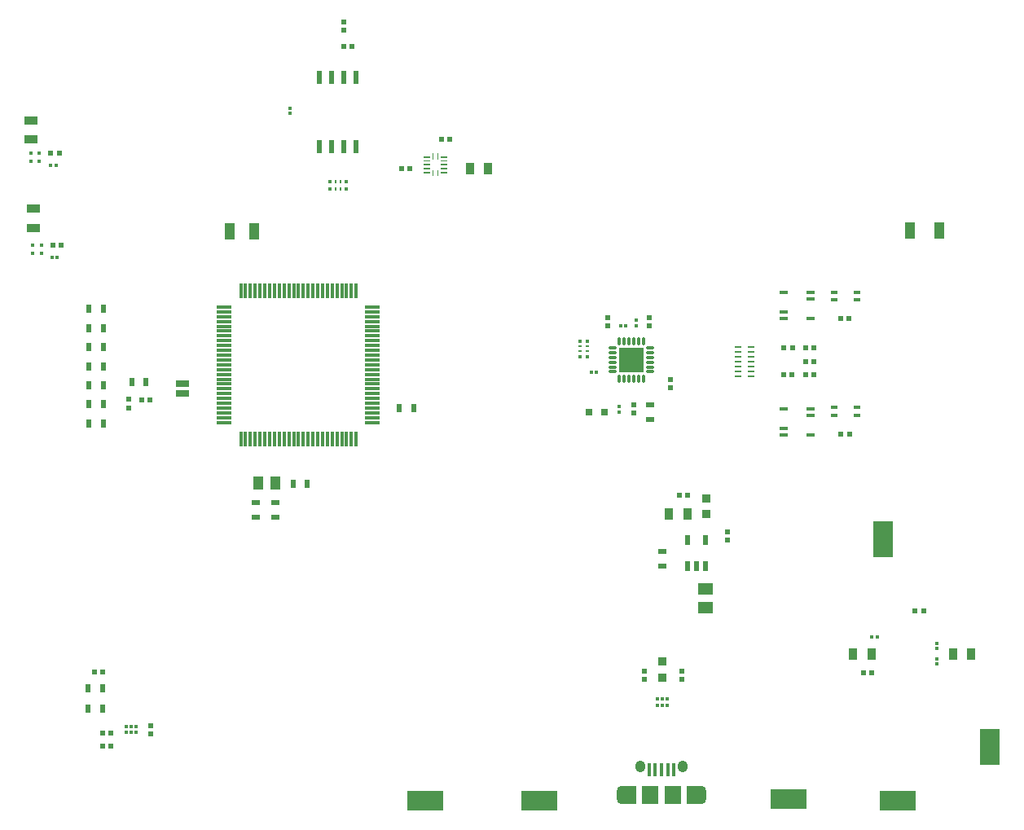
<source format=gtp>
G04*
G04 #@! TF.GenerationSoftware,Altium Limited,Altium Designer,20.1.14 (287)*
G04*
G04 Layer_Color=8421504*
%FSLAX25Y25*%
%MOIN*%
G70*
G04*
G04 #@! TF.SameCoordinates,337FD55F-C749-4CE5-A7C0-25B7CD9D1A6A*
G04*
G04*
G04 #@! TF.FilePolarity,Positive*
G04*
G01*
G75*
G04:AMPARAMS|DCode=17|XSize=29.13mil|YSize=8.66mil|CornerRadius=0.26mil|HoleSize=0mil|Usage=FLASHONLY|Rotation=0.000|XOffset=0mil|YOffset=0mil|HoleType=Round|Shape=RoundedRectangle|*
%AMROUNDEDRECTD17*
21,1,0.02913,0.00814,0,0,0.0*
21,1,0.02861,0.00866,0,0,0.0*
1,1,0.00052,0.01431,-0.00407*
1,1,0.00052,-0.01431,-0.00407*
1,1,0.00052,-0.01431,0.00407*
1,1,0.00052,0.01431,0.00407*
%
%ADD17ROUNDEDRECTD17*%
%ADD18R,0.01713X0.01024*%
%ADD19R,0.01713X0.01614*%
%ADD20R,0.01614X0.01713*%
%ADD21R,0.01024X0.01713*%
G04:AMPARAMS|DCode=22|XSize=31.89mil|YSize=10.24mil|CornerRadius=1.28mil|HoleSize=0mil|Usage=FLASHONLY|Rotation=180.000|XOffset=0mil|YOffset=0mil|HoleType=Round|Shape=RoundedRectangle|*
%AMROUNDEDRECTD22*
21,1,0.03189,0.00768,0,0,180.0*
21,1,0.02933,0.01024,0,0,180.0*
1,1,0.00256,-0.01467,0.00384*
1,1,0.00256,0.01467,0.00384*
1,1,0.00256,0.01467,-0.00384*
1,1,0.00256,-0.01467,-0.00384*
%
%ADD22ROUNDEDRECTD22*%
G04:AMPARAMS|DCode=23|XSize=31.89mil|YSize=10.24mil|CornerRadius=1.28mil|HoleSize=0mil|Usage=FLASHONLY|Rotation=270.000|XOffset=0mil|YOffset=0mil|HoleType=Round|Shape=RoundedRectangle|*
%AMROUNDEDRECTD23*
21,1,0.03189,0.00768,0,0,270.0*
21,1,0.02933,0.01024,0,0,270.0*
1,1,0.00256,-0.00384,-0.01467*
1,1,0.00256,-0.00384,0.01467*
1,1,0.00256,0.00384,0.01467*
1,1,0.00256,0.00384,-0.01467*
%
%ADD23ROUNDEDRECTD23*%
%ADD24R,0.10236X0.10236*%
%ADD25R,0.02362X0.02205*%
%ADD26R,0.02205X0.02362*%
%ADD27R,0.02362X0.02126*%
%ADD28R,0.02126X0.02362*%
%ADD29R,0.01968X0.03959*%
%ADD30R,0.01200X0.01800*%
%ADD31R,0.03700X0.01600*%
%ADD32R,0.03543X0.05118*%
%ADD33R,0.02362X0.03543*%
%ADD34R,0.02200X0.05800*%
%ADD35R,0.01575X0.01496*%
%ADD36R,0.07100X0.07500*%
%ADD37O,0.03900X0.07500*%
%ADD38O,0.04100X0.04900*%
%ADD39R,0.01600X0.05300*%
%ADD40R,0.14961X0.07992*%
%ADD41R,0.03661X0.03504*%
%ADD42R,0.05906X0.05118*%
%ADD43R,0.01496X0.01575*%
%ADD44R,0.01772X0.01772*%
%ADD45R,0.05591X0.03622*%
%ADD46R,0.02559X0.02953*%
%ADD47R,0.04331X0.05591*%
%ADD48R,0.03543X0.02362*%
%ADD49R,0.05906X0.01181*%
%ADD50R,0.01181X0.05906*%
%ADD51R,0.03937X0.07087*%
%ADD52R,0.03000X0.01600*%
G04:AMPARAMS|DCode=53|XSize=16.54mil|YSize=12.21mil|CornerRadius=3.05mil|HoleSize=0mil|Usage=FLASHONLY|Rotation=90.000|XOffset=0mil|YOffset=0mil|HoleType=Round|Shape=RoundedRectangle|*
%AMROUNDEDRECTD53*
21,1,0.01654,0.00610,0,0,90.0*
21,1,0.01043,0.01221,0,0,90.0*
1,1,0.00610,0.00305,0.00522*
1,1,0.00610,0.00305,-0.00522*
1,1,0.00610,-0.00305,-0.00522*
1,1,0.00610,-0.00305,0.00522*
%
%ADD53ROUNDEDRECTD53*%
%ADD54R,0.04173X0.07165*%
%ADD55R,0.07992X0.14961*%
%ADD56R,0.03150X0.03150*%
G36*
X191140Y273005D02*
X188660D01*
Y273595D01*
X191140D01*
Y273005D01*
D02*
G37*
G36*
X184172D02*
X181691D01*
Y273595D01*
X184172D01*
Y273005D01*
D02*
G37*
G36*
X187696Y272394D02*
X187105D01*
Y274875D01*
X187696D01*
Y272394D01*
D02*
G37*
G36*
X185726D02*
X185136D01*
Y274875D01*
X185726D01*
Y272394D01*
D02*
G37*
G36*
X191140Y271430D02*
X188660D01*
Y272021D01*
X191140D01*
Y271430D01*
D02*
G37*
G36*
X184172D02*
X181691D01*
Y272021D01*
X184172D01*
Y271430D01*
D02*
G37*
G36*
X191140Y269855D02*
X188660D01*
Y270446D01*
X191140D01*
Y269855D01*
D02*
G37*
G36*
X184172D02*
X181691D01*
Y270446D01*
X184172D01*
Y269855D01*
D02*
G37*
G36*
X191140Y268280D02*
X188660D01*
Y268871D01*
X191140D01*
Y268280D01*
D02*
G37*
G36*
X184172D02*
X181691D01*
Y268871D01*
X184172D01*
Y268280D01*
D02*
G37*
G36*
X191140Y266705D02*
X188660D01*
Y267296D01*
X191140D01*
Y266705D01*
D02*
G37*
G36*
X184172D02*
X181691D01*
Y267296D01*
X184172D01*
Y266705D01*
D02*
G37*
G36*
X187696Y265426D02*
X187105D01*
Y267906D01*
X187696D01*
Y265426D01*
D02*
G37*
G36*
X185726D02*
X185136D01*
Y267906D01*
X185726D01*
Y265426D01*
D02*
G37*
G36*
X269899Y187120D02*
X263442D01*
Y193577D01*
X269899D01*
Y187120D01*
D02*
G37*
G36*
X294165Y14750D02*
Y9650D01*
X295365Y8450D01*
X289165D01*
Y15950D01*
X295365D01*
X294165Y14750D01*
D02*
G37*
G36*
X268690Y8450D02*
X262490D01*
X263690Y9650D01*
Y14750D01*
X262490Y15950D01*
X268690D01*
Y8450D01*
D02*
G37*
D17*
X310162Y195505D02*
D03*
Y193537D02*
D03*
Y191569D02*
D03*
Y189600D02*
D03*
Y187631D02*
D03*
Y185663D02*
D03*
Y183695D02*
D03*
X315438D02*
D03*
Y185663D02*
D03*
Y187631D02*
D03*
Y189600D02*
D03*
Y191569D02*
D03*
Y193537D02*
D03*
Y195505D02*
D03*
D18*
X248684Y193816D02*
D03*
Y195784D02*
D03*
X245717D02*
D03*
Y193816D02*
D03*
D19*
X248684Y198048D02*
D03*
Y191552D02*
D03*
X245717D02*
D03*
Y198048D02*
D03*
D20*
X143368Y260233D02*
D03*
X149864D02*
D03*
Y263200D02*
D03*
X143368D02*
D03*
D21*
X147600Y260233D02*
D03*
X145632D02*
D03*
Y263200D02*
D03*
X147600D02*
D03*
D22*
X258993Y185427D02*
D03*
Y187396D02*
D03*
Y189364D02*
D03*
Y191333D02*
D03*
Y193301D02*
D03*
Y195270D02*
D03*
X274347D02*
D03*
Y193301D02*
D03*
Y191333D02*
D03*
Y189364D02*
D03*
Y187396D02*
D03*
Y185427D02*
D03*
D23*
X271592Y182671D02*
D03*
X269623D02*
D03*
X267654D02*
D03*
X265686D02*
D03*
X263718D02*
D03*
X261749D02*
D03*
Y198026D02*
D03*
X263718D02*
D03*
X265686D02*
D03*
X267654D02*
D03*
X269623D02*
D03*
X271592D02*
D03*
D24*
X266670Y190349D02*
D03*
D25*
X273800Y204200D02*
D03*
Y207625D02*
D03*
X70000Y37187D02*
D03*
Y40613D02*
D03*
X60800Y170687D02*
D03*
Y174113D02*
D03*
X272000Y59587D02*
D03*
Y63013D02*
D03*
X287200D02*
D03*
Y59587D02*
D03*
X305800Y116487D02*
D03*
Y119913D02*
D03*
D26*
X332400Y184200D02*
D03*
X328975D02*
D03*
X329000Y195300D02*
D03*
X332425D02*
D03*
X337800D02*
D03*
X341225D02*
D03*
Y189728D02*
D03*
X337800D02*
D03*
X152313Y318600D02*
D03*
X148887D02*
D03*
X188841Y280738D02*
D03*
X192266D02*
D03*
X29014Y275027D02*
D03*
X32439D02*
D03*
X33239Y237211D02*
D03*
X29814D02*
D03*
D27*
X256900Y207701D02*
D03*
Y204299D02*
D03*
X267500Y171901D02*
D03*
Y168499D02*
D03*
X282600Y178999D02*
D03*
Y182401D02*
D03*
X149000Y325098D02*
D03*
Y328500D02*
D03*
D28*
X352400Y159800D02*
D03*
X355802D02*
D03*
X355701Y207100D02*
D03*
X352299D02*
D03*
X337799Y184200D02*
D03*
X341201D02*
D03*
X46798Y62599D02*
D03*
X50200D02*
D03*
X172553Y268438D02*
D03*
X175954D02*
D03*
X289501Y135000D02*
D03*
X286099D02*
D03*
X361647Y62248D02*
D03*
X365048D02*
D03*
X382747Y87600D02*
D03*
X386148D02*
D03*
X66203Y174029D02*
D03*
X69604D02*
D03*
X53601Y37628D02*
D03*
X50199D02*
D03*
X53601Y32100D02*
D03*
X50199D02*
D03*
D29*
X289528Y116566D02*
D03*
X297009D02*
D03*
Y105914D02*
D03*
X293269D02*
D03*
X289528D02*
D03*
D30*
X277189Y48939D02*
D03*
X279159D02*
D03*
X281129Y51539D02*
D03*
X279161D02*
D03*
X277192D02*
D03*
X281129Y48939D02*
D03*
D31*
X329012Y217859D02*
D03*
Y207190D02*
D03*
X340000D02*
D03*
Y217859D02*
D03*
Y215300D02*
D03*
X329012Y209749D02*
D03*
X328912Y162178D02*
D03*
X339900Y167729D02*
D03*
Y170288D02*
D03*
Y159618D02*
D03*
X328912D02*
D03*
Y170288D02*
D03*
D32*
X207994Y268538D02*
D03*
X200513D02*
D03*
X282020Y127341D02*
D03*
X289500D02*
D03*
X398207Y70000D02*
D03*
X405687D02*
D03*
X364787Y69907D02*
D03*
X357307D02*
D03*
D33*
X177453Y170500D02*
D03*
X171547D02*
D03*
X128147Y139600D02*
D03*
X134053D02*
D03*
X44667Y211106D02*
D03*
X50572D02*
D03*
X44667Y203317D02*
D03*
X50572D02*
D03*
X50572Y195529D02*
D03*
X44667D02*
D03*
X50572Y187741D02*
D03*
X44667D02*
D03*
X50572Y179952D02*
D03*
X44667D02*
D03*
X50572Y172164D02*
D03*
X44667D02*
D03*
X50572Y164264D02*
D03*
X44667D02*
D03*
X50253Y47600D02*
D03*
X44347D02*
D03*
X50253Y55800D02*
D03*
X44347D02*
D03*
X68000Y181200D02*
D03*
X62094D02*
D03*
D34*
X138900Y277600D02*
D03*
X143900D02*
D03*
X148900D02*
D03*
X153900D02*
D03*
Y305900D02*
D03*
X148900D02*
D03*
X143900D02*
D03*
X138900D02*
D03*
D35*
X127000Y293302D02*
D03*
Y291098D02*
D03*
X391647Y68005D02*
D03*
Y65800D02*
D03*
X268500Y204298D02*
D03*
Y206502D02*
D03*
X261500Y169000D02*
D03*
Y171205D02*
D03*
X391647Y72198D02*
D03*
Y74402D02*
D03*
D36*
X283455Y12200D02*
D03*
X274400D02*
D03*
D37*
X295365D02*
D03*
X262491D02*
D03*
D38*
X287687Y24011D02*
D03*
X270168D02*
D03*
D39*
X284046Y22724D02*
D03*
X281487D02*
D03*
X278928D02*
D03*
X276368D02*
D03*
X273809D02*
D03*
D40*
X331000Y10500D02*
D03*
X182200Y10000D02*
D03*
X375500D02*
D03*
X229000D02*
D03*
D41*
X297400Y127295D02*
D03*
Y133705D02*
D03*
X279239Y60339D02*
D03*
Y66748D02*
D03*
D42*
X297000Y96500D02*
D03*
Y89020D02*
D03*
D43*
X364943Y76900D02*
D03*
X367147D02*
D03*
X31132Y269827D02*
D03*
X28927D02*
D03*
X31629Y232111D02*
D03*
X29424D02*
D03*
X252300Y185400D02*
D03*
X250095D02*
D03*
X262100Y204300D02*
D03*
X264304D02*
D03*
D44*
X21754Y233938D02*
D03*
Y237284D02*
D03*
X25100D02*
D03*
Y233938D02*
D03*
X21054Y271654D02*
D03*
Y275000D02*
D03*
X24400D02*
D03*
Y271654D02*
D03*
D45*
X21027Y280490D02*
D03*
Y288364D02*
D03*
X21827Y252148D02*
D03*
Y244274D02*
D03*
D46*
X84400Y180634D02*
D03*
Y176500D02*
D03*
X81447D02*
D03*
Y180634D02*
D03*
D47*
X120784Y139800D02*
D03*
X113816D02*
D03*
D48*
X120869Y131864D02*
D03*
Y125958D02*
D03*
X112981Y131916D02*
D03*
Y126011D02*
D03*
X274159Y171853D02*
D03*
Y165947D02*
D03*
X279200Y105900D02*
D03*
Y111805D02*
D03*
D49*
X160715Y211922D02*
D03*
Y209953D02*
D03*
Y207985D02*
D03*
Y206016D02*
D03*
Y204048D02*
D03*
Y202080D02*
D03*
Y200111D02*
D03*
Y198143D02*
D03*
Y196174D02*
D03*
Y194205D02*
D03*
Y192237D02*
D03*
Y190269D02*
D03*
Y188300D02*
D03*
Y186331D02*
D03*
Y184363D02*
D03*
Y182395D02*
D03*
Y180426D02*
D03*
Y178457D02*
D03*
Y176489D02*
D03*
Y174521D02*
D03*
Y172552D02*
D03*
Y170583D02*
D03*
Y168615D02*
D03*
Y166647D02*
D03*
Y164678D02*
D03*
X100085D02*
D03*
Y166647D02*
D03*
Y168615D02*
D03*
Y170583D02*
D03*
Y172552D02*
D03*
Y174521D02*
D03*
Y176489D02*
D03*
Y178457D02*
D03*
Y180426D02*
D03*
Y182395D02*
D03*
Y184363D02*
D03*
Y186331D02*
D03*
Y188300D02*
D03*
Y190269D02*
D03*
Y192237D02*
D03*
Y194205D02*
D03*
Y196174D02*
D03*
Y198143D02*
D03*
Y200111D02*
D03*
Y202080D02*
D03*
Y204048D02*
D03*
Y206016D02*
D03*
Y207985D02*
D03*
Y209953D02*
D03*
Y211922D02*
D03*
D50*
X154022Y157985D02*
D03*
X152053D02*
D03*
X150085D02*
D03*
X148117D02*
D03*
X146148D02*
D03*
X144179D02*
D03*
X142211D02*
D03*
X140243D02*
D03*
X138274D02*
D03*
X136305D02*
D03*
X134337D02*
D03*
X132369D02*
D03*
X130400D02*
D03*
X128431D02*
D03*
X126463D02*
D03*
X124495D02*
D03*
X122526D02*
D03*
X120557D02*
D03*
X118589D02*
D03*
X116621D02*
D03*
X114652D02*
D03*
X112683D02*
D03*
X110715D02*
D03*
X108747D02*
D03*
X106778D02*
D03*
Y218615D02*
D03*
X108747D02*
D03*
X110715D02*
D03*
X112683D02*
D03*
X114652D02*
D03*
X116621D02*
D03*
X118589D02*
D03*
X120557D02*
D03*
X122526D02*
D03*
X124495D02*
D03*
X126463D02*
D03*
X128431D02*
D03*
X130400D02*
D03*
X132369D02*
D03*
X134337D02*
D03*
X136305D02*
D03*
X138274D02*
D03*
X140243D02*
D03*
X142211D02*
D03*
X144179D02*
D03*
X146148D02*
D03*
X148117D02*
D03*
X150085D02*
D03*
X152053D02*
D03*
X154022D02*
D03*
D51*
X112221Y242900D02*
D03*
X102379D02*
D03*
D52*
X358850Y218075D02*
D03*
Y214925D02*
D03*
X349750D02*
D03*
Y218075D02*
D03*
X358850Y170875D02*
D03*
Y167725D02*
D03*
X349750D02*
D03*
Y170875D02*
D03*
D53*
X59860Y40084D02*
D03*
X61828D02*
D03*
X63797D02*
D03*
Y37800D02*
D03*
X61828D02*
D03*
X59860D02*
D03*
D54*
X392516Y243400D02*
D03*
X380484D02*
D03*
D55*
X369447Y116900D02*
D03*
X413200Y31900D02*
D03*
D56*
X249357Y169000D02*
D03*
X255657D02*
D03*
M02*

</source>
